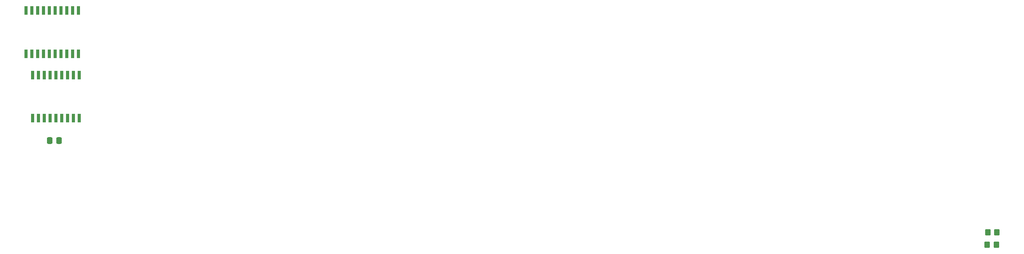
<source format=gbr>
%TF.GenerationSoftware,KiCad,Pcbnew,7.0.10*%
%TF.CreationDate,2024-01-24T20:17:36+01:00*%
%TF.ProjectId,ThePreamp-Analogue,54686550-7265-4616-9d70-2d416e616c6f,rev?*%
%TF.SameCoordinates,Original*%
%TF.FileFunction,Paste,Bot*%
%TF.FilePolarity,Positive*%
%FSLAX46Y46*%
G04 Gerber Fmt 4.6, Leading zero omitted, Abs format (unit mm)*
G04 Created by KiCad (PCBNEW 7.0.10) date 2024-01-24 20:17:36*
%MOMM*%
%LPD*%
G01*
G04 APERTURE LIST*
G04 Aperture macros list*
%AMRoundRect*
0 Rectangle with rounded corners*
0 $1 Rounding radius*
0 $2 $3 $4 $5 $6 $7 $8 $9 X,Y pos of 4 corners*
0 Add a 4 corners polygon primitive as box body*
4,1,4,$2,$3,$4,$5,$6,$7,$8,$9,$2,$3,0*
0 Add four circle primitives for the rounded corners*
1,1,$1+$1,$2,$3*
1,1,$1+$1,$4,$5*
1,1,$1+$1,$6,$7*
1,1,$1+$1,$8,$9*
0 Add four rect primitives between the rounded corners*
20,1,$1+$1,$2,$3,$4,$5,0*
20,1,$1+$1,$4,$5,$6,$7,0*
20,1,$1+$1,$6,$7,$8,$9,0*
20,1,$1+$1,$8,$9,$2,$3,0*%
G04 Aperture macros list end*
%ADD10RoundRect,0.250000X0.350000X0.450000X-0.350000X0.450000X-0.350000X-0.450000X0.350000X-0.450000X0*%
%ADD11R,0.650000X1.950000*%
%ADD12RoundRect,0.250000X-0.337500X-0.475000X0.337500X-0.475000X0.337500X0.475000X-0.337500X0.475000X0*%
%ADD13R,0.650000X1.850000*%
%ADD14RoundRect,0.250000X-0.350000X-0.450000X0.350000X-0.450000X0.350000X0.450000X-0.350000X0.450000X0*%
G04 APERTURE END LIST*
D10*
%TO.C,R4*%
X214800000Y4700000D03*
X212800000Y4700000D03*
%TD*%
D11*
%TO.C,IC1*%
X14615000Y46475000D03*
X13345000Y46475000D03*
X12075000Y46475000D03*
X10805000Y46475000D03*
X9535000Y46475000D03*
X8265000Y46475000D03*
X6995000Y46475000D03*
X5725000Y46475000D03*
X4455000Y46475000D03*
X3185000Y46475000D03*
X3185000Y55925000D03*
X4455000Y55925000D03*
X5725000Y55925000D03*
X6995000Y55925000D03*
X8265000Y55925000D03*
X9535000Y55925000D03*
X10805000Y55925000D03*
X12075000Y55925000D03*
X13345000Y55925000D03*
X14615000Y55925000D03*
%TD*%
D12*
%TO.C,C1*%
X8362500Y27500000D03*
X10437500Y27500000D03*
%TD*%
D13*
%TO.C,U1*%
X14780000Y32425000D03*
X13510000Y32425000D03*
X12240000Y32425000D03*
X10970000Y32425000D03*
X9700000Y32425000D03*
X8430000Y32425000D03*
X7160000Y32425000D03*
X5890000Y32425000D03*
X4620000Y32425000D03*
X4620000Y41775000D03*
X5890000Y41775000D03*
X7160000Y41775000D03*
X8430000Y41775000D03*
X9700000Y41775000D03*
X10970000Y41775000D03*
X12240000Y41775000D03*
X13510000Y41775000D03*
X14780000Y41775000D03*
%TD*%
D14*
%TO.C,R3*%
X212900000Y7400000D03*
X214900000Y7400000D03*
%TD*%
M02*

</source>
